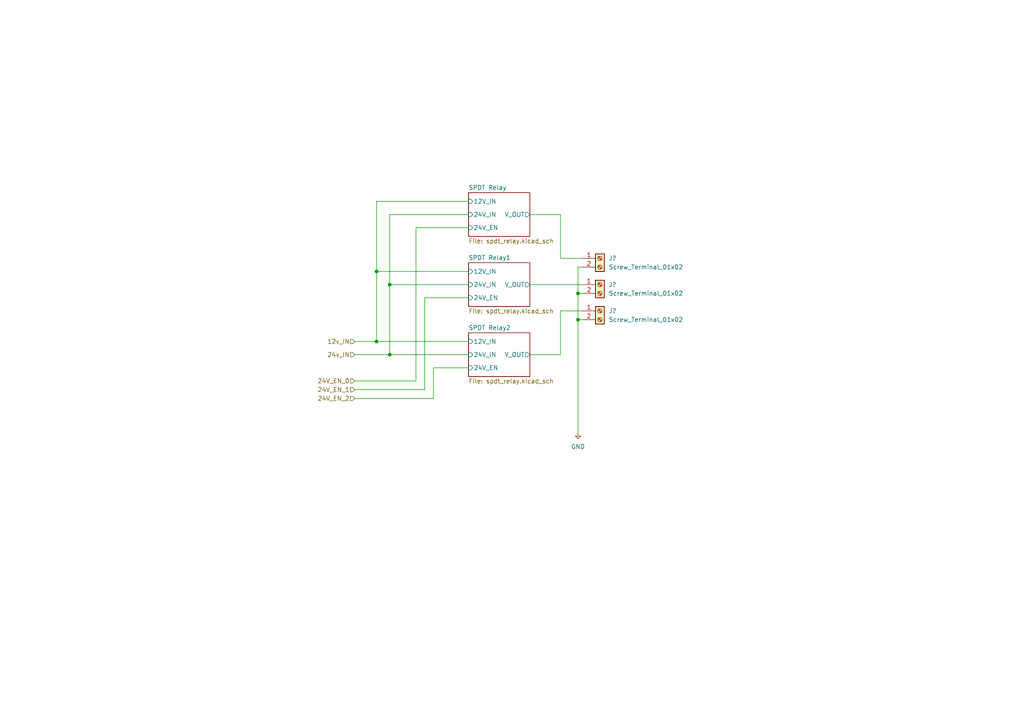
<source format=kicad_sch>
(kicad_sch (version 20211123) (generator eeschema)
  (paper "A4")
  (lib_symbols
    (symbol "Connector:Screw_Terminal_01x02" (pin_names (offset 1.016) hide)
      (property "Reference" "J" (at 0 2.54 0))
      (property "Value" "Screw_Terminal_01x02" (at 0 -5.08 0))
      (symbol "Screw_Terminal_01x02_1_1"
        (rectangle (start -1.27 1.27) (end 1.27 -3.81) (stroke (width 0.254)) (fill (type background)))
        (circle (center 0 -2.54) (radius 0.635) (stroke (width 0.1524)))
        (polyline (pts (xy -0.5334 -2.2098) (xy 0.3302 -3.048)) (stroke (width 0.1524)))
        (polyline (pts (xy -0.5334 0.3302) (xy 0.3302 -0.508)) (stroke (width 0.1524)))
        (polyline (pts (xy -0.3556 -2.032) (xy 0.508 -2.8702)) (stroke (width 0.1524)))
        (polyline (pts (xy -0.3556 0.508) (xy 0.508 -0.3302)) (stroke (width 0.1524)))
        (circle (center 0 0) (radius 0.635) (stroke (width 0.1524)))
        (pin passive line (at -5.08 0 0) (length 3.81) (name "Pin_1") (number "1"))
        (pin passive line (at -5.08 -2.54 0) (length 3.81) (name "Pin_2") (number "2"))
      )
    )
    (symbol "royale:GND" (power) (pin_numbers hide) (pin_names (offset 1.016) hide)
      (property "Value" "GND" (at 0 -2.54 0))
      (symbol "GND_0_1"
        (polyline (pts (xy 0 0) (xy 0 -0.762)))
        (polyline (pts (xy -0.762 -0.762) (xy 0.762 -0.762) (xy 0 -1.524) (xy -0.762 -0.762)) (fill (type background)))
      )
      (symbol "GND_1_1"
        (pin power_in line (at 0 0 180) (length 0) hide (name "GND") (number "1"))
      )
    )
  )
  (junction (at 167.64 85.09))
  (junction (at 113.03 82.55))
  (junction (at 109.22 78.74))
  (junction (at 113.03 102.87))
  (junction (at 109.22 99.06))
  (junction (at 167.64 92.71))
  (wire (pts (xy 113.03 62.23) (xy 135.89 62.23)))
  (wire (pts (xy 113.03 102.87) (xy 135.89 102.87)))
  (wire (pts (xy 102.87 115.57) (xy 125.73 115.57)))
  (wire (pts (xy 102.87 110.49) (xy 120.65 110.49)))
  (wire (pts (xy 167.64 85.09) (xy 167.64 92.71)))
  (wire (pts (xy 168.91 77.47) (xy 167.64 77.47)))
  (wire (pts (xy 102.87 113.03) (xy 123.19 113.03)))
  (wire (pts (xy 113.03 82.55) (xy 113.03 102.87)))
  (wire (pts (xy 113.03 82.55) (xy 135.89 82.55)))
  (wire (pts (xy 162.56 102.87) (xy 153.67 102.87)))
  (wire (pts (xy 123.19 86.36) (xy 123.19 113.03)))
  (wire (pts (xy 120.65 66.04) (xy 120.65 110.49)))
  (wire (pts (xy 113.03 62.23) (xy 113.03 82.55)))
  (wire (pts (xy 135.89 66.04) (xy 120.65 66.04)))
  (wire (pts (xy 102.87 102.87) (xy 113.03 102.87)))
  (wire (pts (xy 135.89 106.68) (xy 125.73 106.68)))
  (wire (pts (xy 109.22 58.42) (xy 109.22 78.74)))
  (wire (pts (xy 125.73 106.68) (xy 125.73 115.57)))
  (wire (pts (xy 135.89 86.36) (xy 123.19 86.36)))
  (wire (pts (xy 167.64 77.47) (xy 167.64 85.09)))
  (wire (pts (xy 167.64 92.71) (xy 168.91 92.71)))
  (wire (pts (xy 162.56 74.93) (xy 168.91 74.93)))
  (wire (pts (xy 109.22 58.42) (xy 135.89 58.42)))
  (wire (pts (xy 109.22 99.06) (xy 135.89 99.06)))
  (wire (pts (xy 135.89 78.74) (xy 109.22 78.74)))
  (wire (pts (xy 167.64 92.71) (xy 167.64 125.73)))
  (wire (pts (xy 102.87 99.06) (xy 109.22 99.06)))
  (wire (pts (xy 162.56 62.23) (xy 162.56 74.93)))
  (wire (pts (xy 153.67 62.23) (xy 162.56 62.23)))
  (wire (pts (xy 109.22 78.74) (xy 109.22 99.06)))
  (wire (pts (xy 153.67 82.55) (xy 168.91 82.55)))
  (wire (pts (xy 162.56 90.17) (xy 162.56 102.87)))
  (wire (pts (xy 168.91 90.17) (xy 162.56 90.17)))
  (wire (pts (xy 167.64 85.09) (xy 168.91 85.09)))
  (hierarchical_label "24V_EN_1" (shape input) (at 102.87 113.03 180))
  (hierarchical_label "24V_EN_2" (shape input) (at 102.87 115.57 180))
  (hierarchical_label "24V_EN_0" (shape input) (at 102.87 110.49 180))
  (hierarchical_label "12v_IN" (shape input) (at 102.87 99.06 180))
  (hierarchical_label "24v_IN" (shape input) (at 102.87 102.87 180))
  (symbol (lib_id "Connector:Screw_Terminal_01x02") (at 173.99 90.17 0) (unit 1)
    (property "Reference" "J?" (at 176.53 90.1699 0) (effects (justify left)))
    (property "Value" "Screw_Terminal_01x02" (at 176.53 92.7099 0) (effects (justify left)))
  )
  (symbol (lib_id "royale:GND") (at 167.64 125.73 0) (unit 1)
    (property "Reference" "#PWR?" (effects hide))
    (property "Value" "GND" (at 167.64 129.54 0))
  )
  (symbol (lib_id "Connector:Screw_Terminal_01x02") (at 173.99 74.93 0) (unit 1)
    (property "Reference" "J?" (at 176.53 74.9299 0) (effects (justify left)))
    (property "Value" "Screw_Terminal_01x02" (at 176.53 77.4699 0) (effects (justify left)))
  )
  (symbol (lib_id "Connector:Screw_Terminal_01x02") (at 173.99 82.55 0) (unit 1)
    (property "Reference" "J?" (at 176.53 82.5499 0) (effects (justify left)))
    (property "Value" "Screw_Terminal_01x02" (at 176.53 85.0899 0) (effects (justify left)))
  )
  (sheet (at 135.89 76.2) (size 17.78 12.7) (stroke (width 0.1524))
    (property "Sheet name" "SPDT Relay1" (at 135.89 75.4884 0) (effects (justify left bottom)))
    (property "Sheet file" "spdt_relay.kicad_sch" (at 135.89 89.4846 0) (effects (justify left top)))
    (pin "V_OUT" output (at 153.67 82.55 0))
    (pin "12V_IN" input (at 135.89 78.74 180))
    (pin "24V_IN" input (at 135.89 82.55 180))
    (pin "24V_EN" input (at 135.89 86.36 180))
  )
  (sheet (at 135.89 55.88) (size 17.78 12.7) (stroke (width 0.1524))
    (property "Sheet name" "SPDT Relay" (at 135.89 55.1684 0) (effects (justify left bottom)))
    (property "Sheet file" "spdt_relay.kicad_sch" (at 135.89 69.1646 0) (effects (justify left top)))
    (pin "V_OUT" output (at 153.67 62.23 0))
    (pin "12V_IN" input (at 135.89 58.42 180))
    (pin "24V_IN" input (at 135.89 62.23 180))
    (pin "24V_EN" input (at 135.89 66.04 180))
  )
  (sheet (at 135.89 96.52) (size 17.78 12.7) (stroke (width 0.1524))
    (property "Sheet name" "SPDT Relay2" (at 135.89 95.8084 0) (effects (justify left bottom)))
    (property "Sheet file" "spdt_relay.kicad_sch" (at 135.89 109.8046 0) (effects (justify left top)))
    (pin "V_OUT" output (at 153.67 102.87 0))
    (pin "12V_IN" input (at 135.89 99.06 180))
    (pin "24V_IN" input (at 135.89 102.87 180))
    (pin "24V_EN" input (at 135.89 106.68 180))
  )
)
</source>
